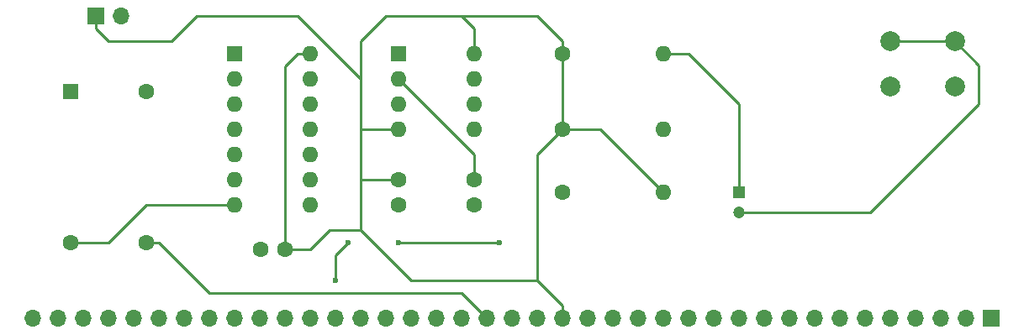
<source format=gbl>
G04 #@! TF.FileFunction,Copper,L2,Bot,Signal*
%FSLAX46Y46*%
G04 Gerber Fmt 4.6, Leading zero omitted, Abs format (unit mm)*
G04 Created by KiCad (PCBNEW 4.0.6) date 05/15/17 22:27:35*
%MOMM*%
%LPD*%
G01*
G04 APERTURE LIST*
%ADD10C,0.100000*%
%ADD11C,1.600000*%
%ADD12O,1.600000X1.600000*%
%ADD13C,2.000000*%
%ADD14R,1.600000X1.600000*%
%ADD15R,1.200000X1.200000*%
%ADD16C,1.200000*%
%ADD17R,1.700000X1.700000*%
%ADD18O,1.700000X1.700000*%
%ADD19C,0.600000*%
%ADD20C,0.250000*%
G04 APERTURE END LIST*
D10*
D11*
X147320000Y-127000000D03*
D12*
X157480000Y-127000000D03*
D11*
X147320000Y-119380000D03*
D12*
X157480000Y-119380000D03*
D13*
X180340000Y-122610000D03*
X180340000Y-118110000D03*
X186840000Y-122610000D03*
X186840000Y-118110000D03*
D14*
X130810000Y-119380000D03*
D12*
X138430000Y-127000000D03*
X130810000Y-121920000D03*
X138430000Y-124460000D03*
X130810000Y-124460000D03*
X138430000Y-121920000D03*
X130810000Y-127000000D03*
X138430000Y-119380000D03*
D14*
X114300000Y-119380000D03*
D12*
X121920000Y-134620000D03*
X114300000Y-121920000D03*
X121920000Y-132080000D03*
X114300000Y-124460000D03*
X121920000Y-129540000D03*
X114300000Y-127000000D03*
X121920000Y-127000000D03*
X114300000Y-129540000D03*
X121920000Y-124460000D03*
X114300000Y-132080000D03*
X121920000Y-121920000D03*
X114300000Y-134620000D03*
X121920000Y-119380000D03*
D11*
X138430000Y-132080000D03*
X138430000Y-134580000D03*
D15*
X165100000Y-133350000D03*
D16*
X165100000Y-135350000D03*
D11*
X130810000Y-132080000D03*
X130810000Y-134580000D03*
X147320000Y-133350000D03*
D12*
X157480000Y-133350000D03*
D17*
X100330000Y-115570000D03*
D18*
X102870000Y-115570000D03*
D14*
X97790000Y-123190000D03*
D11*
X105410000Y-123190000D03*
X105410000Y-138430000D03*
X97790000Y-138430000D03*
D17*
X190500000Y-146050000D03*
D18*
X187960000Y-146050000D03*
X185420000Y-146050000D03*
X182880000Y-146050000D03*
X180340000Y-146050000D03*
X177800000Y-146050000D03*
X175260000Y-146050000D03*
X172720000Y-146050000D03*
X170180000Y-146050000D03*
X167640000Y-146050000D03*
X165100000Y-146050000D03*
X162560000Y-146050000D03*
X160020000Y-146050000D03*
X157480000Y-146050000D03*
X154940000Y-146050000D03*
X152400000Y-146050000D03*
X149860000Y-146050000D03*
X147320000Y-146050000D03*
X144780000Y-146050000D03*
X142240000Y-146050000D03*
X139700000Y-146050000D03*
X137160000Y-146050000D03*
X134620000Y-146050000D03*
X132080000Y-146050000D03*
X129540000Y-146050000D03*
X127000000Y-146050000D03*
X124460000Y-146050000D03*
X121920000Y-146050000D03*
X119380000Y-146050000D03*
X116840000Y-146050000D03*
X114300000Y-146050000D03*
X111760000Y-146050000D03*
X109220000Y-146050000D03*
X106680000Y-146050000D03*
X104140000Y-146050000D03*
X101600000Y-146050000D03*
X99060000Y-146050000D03*
X96520000Y-146050000D03*
X93980000Y-146050000D03*
D11*
X119380000Y-139065000D03*
X116880000Y-139065000D03*
D19*
X140970000Y-138430000D03*
X130810000Y-138430000D03*
X125730000Y-138430000D03*
X124460000Y-142240000D03*
D20*
X138430000Y-132080000D02*
X138430000Y-129540000D01*
X138430000Y-129540000D02*
X130810000Y-121920000D01*
X97790000Y-138430000D02*
X101600000Y-138430000D01*
X105410000Y-134620000D02*
X109220000Y-134620000D01*
X101600000Y-138430000D02*
X105410000Y-134620000D01*
X165100000Y-135350000D02*
X178340000Y-135350000D01*
X189230000Y-120500000D02*
X186840000Y-118110000D01*
X189230000Y-124460000D02*
X189230000Y-120500000D01*
X178340000Y-135350000D02*
X189230000Y-124460000D01*
X186840000Y-118110000D02*
X180340000Y-118110000D01*
X114300000Y-134620000D02*
X109220000Y-134620000D01*
X157480000Y-119380000D02*
X160020000Y-119380000D01*
X165100000Y-124460000D02*
X165100000Y-133350000D01*
X160020000Y-119380000D02*
X165100000Y-124460000D01*
X119380000Y-139065000D02*
X119380000Y-120650000D01*
X120650000Y-119380000D02*
X121920000Y-119380000D01*
X119380000Y-120650000D02*
X120650000Y-119380000D01*
X124460000Y-119380000D02*
X121920000Y-116840000D01*
X127000000Y-137160000D02*
X123825000Y-137160000D01*
X121920000Y-139065000D02*
X119380000Y-139065000D01*
X123825000Y-137160000D02*
X121920000Y-139065000D01*
X149860000Y-127000000D02*
X151130000Y-127000000D01*
X147320000Y-127000000D02*
X149860000Y-127000000D01*
X151130000Y-127000000D02*
X157480000Y-133350000D01*
X100330000Y-115570000D02*
X100330000Y-116840000D01*
X121920000Y-116840000D02*
X120650000Y-115570000D01*
X120650000Y-115570000D02*
X110490000Y-115570000D01*
X110490000Y-115570000D02*
X107950000Y-118110000D01*
X100330000Y-116840000D02*
X101600000Y-118110000D01*
X101600000Y-118110000D02*
X107950000Y-118110000D01*
X147320000Y-146050000D02*
X147320000Y-144780000D01*
X147320000Y-144780000D02*
X144780000Y-142240000D01*
X144780000Y-142240000D02*
X144780000Y-129540000D01*
X144780000Y-129540000D02*
X147320000Y-127000000D01*
X147320000Y-119380000D02*
X147320000Y-127000000D01*
X147320000Y-119380000D02*
X147320000Y-118110000D01*
X144780000Y-115570000D02*
X137160000Y-115570000D01*
X147320000Y-118110000D02*
X144780000Y-115570000D01*
X127000000Y-121920000D02*
X127000000Y-118110000D01*
X138430000Y-116840000D02*
X138430000Y-119380000D01*
X137160000Y-115570000D02*
X138430000Y-116840000D01*
X129540000Y-115570000D02*
X137160000Y-115570000D01*
X127000000Y-118110000D02*
X129540000Y-115570000D01*
X130810000Y-127000000D02*
X127000000Y-127000000D01*
X130810000Y-132080000D02*
X127000000Y-132080000D01*
X132080000Y-142240000D02*
X144780000Y-142240000D01*
X127000000Y-137160000D02*
X132080000Y-142240000D01*
X127000000Y-121920000D02*
X127000000Y-127000000D01*
X127000000Y-127000000D02*
X127000000Y-132080000D01*
X127000000Y-132080000D02*
X127000000Y-137160000D01*
X124460000Y-119380000D02*
X127000000Y-121920000D01*
X140970000Y-138430000D02*
X130810000Y-138430000D01*
X125730000Y-138430000D02*
X124460000Y-139700000D01*
X124460000Y-139700000D02*
X124460000Y-142240000D01*
X105410000Y-138430000D02*
X106680000Y-138430000D01*
X111760000Y-143510000D02*
X115570000Y-143510000D01*
X106680000Y-138430000D02*
X111760000Y-143510000D01*
X139700000Y-146050000D02*
X137160000Y-143510000D01*
X137160000Y-143510000D02*
X115570000Y-143510000D01*
M02*

</source>
